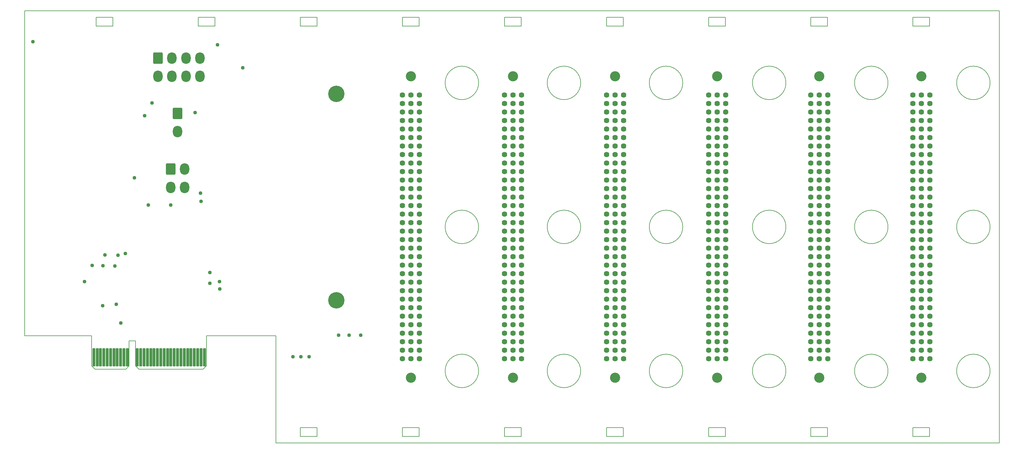
<source format=gbr>
G04 #@! TF.GenerationSoftware,KiCad,Pcbnew,6.0.7-f9a2dced07~116~ubuntu22.04.1*
G04 #@! TF.CreationDate,2023-04-06T14:06:25+01:00*
G04 #@! TF.ProjectId,hiltop_backplane_brd,68696c74-6f70-45f6-9261-636b706c616e,A*
G04 #@! TF.SameCoordinates,Original*
G04 #@! TF.FileFunction,Soldermask,Bot*
G04 #@! TF.FilePolarity,Negative*
%FSLAX46Y46*%
G04 Gerber Fmt 4.6, Leading zero omitted, Abs format (unit mm)*
G04 Created by KiCad (PCBNEW 6.0.7-f9a2dced07~116~ubuntu22.04.1) date 2023-04-06 14:06:25*
%MOMM*%
%LPD*%
G01*
G04 APERTURE LIST*
G04 Aperture macros list*
%AMRoundRect*
0 Rectangle with rounded corners*
0 $1 Rounding radius*
0 $2 $3 $4 $5 $6 $7 $8 $9 X,Y pos of 4 corners*
0 Add a 4 corners polygon primitive as box body*
4,1,4,$2,$3,$4,$5,$6,$7,$8,$9,$2,$3,0*
0 Add four circle primitives for the rounded corners*
1,1,$1+$1,$2,$3*
1,1,$1+$1,$4,$5*
1,1,$1+$1,$6,$7*
1,1,$1+$1,$8,$9*
0 Add four rect primitives between the rounded corners*
20,1,$1+$1,$2,$3,$4,$5,0*
20,1,$1+$1,$4,$5,$6,$7,0*
20,1,$1+$1,$6,$7,$8,$9,0*
20,1,$1+$1,$8,$9,$2,$3,0*%
G04 Aperture macros list end*
G04 #@! TA.AperFunction,Profile*
%ADD10C,0.150000*%
G04 #@! TD*
%ADD11C,3.020680*%
%ADD12C,1.621140*%
%ADD13RoundRect,0.310001X-1.099999X-1.399999X1.099999X-1.399999X1.099999X1.399999X-1.099999X1.399999X0*%
%ADD14O,2.820000X3.420000*%
%ADD15RoundRect,0.060000X-0.375000X-2.650000X0.375000X-2.650000X0.375000X2.650000X-0.375000X2.650000X0*%
%ADD16C,1.120000*%
%ADD17C,4.900000*%
G04 APERTURE END LIST*
D10*
X179840000Y-50700000D02*
G75*
G03*
X179840000Y-50700000I-5000000J0D01*
G01*
X210320000Y-50700000D02*
G75*
G03*
X210320000Y-50700000I-5000000J0D01*
G01*
X240800000Y-50700000D02*
G75*
G03*
X240800000Y-50700000I-5000000J0D01*
G01*
X210320000Y-93700000D02*
G75*
G03*
X210320000Y-93700000I-5000000J0D01*
G01*
X240800000Y-93700000D02*
G75*
G03*
X240800000Y-93700000I-5000000J0D01*
G01*
X179840000Y-136700000D02*
G75*
G03*
X179840000Y-136700000I-5000000J0D01*
G01*
X210320000Y-136700000D02*
G75*
G03*
X210320000Y-136700000I-5000000J0D01*
G01*
X240800000Y-136700000D02*
G75*
G03*
X240800000Y-136700000I-5000000J0D01*
G01*
X179840000Y-93700000D02*
G75*
G03*
X179840000Y-93700000I-5000000J0D01*
G01*
X248500000Y-31150000D02*
X248500000Y-33750000D01*
X284000000Y-33750000D02*
X284000000Y-31150000D01*
X271600000Y-136700000D02*
G75*
G03*
X271600000Y-136700000I-5000000J0D01*
G01*
X65300000Y-136200000D02*
X74500000Y-136200000D01*
X75500000Y-135200000D02*
X75500000Y-127700000D01*
X248500000Y-33750000D02*
X253500000Y-33750000D01*
X131600000Y-156250000D02*
X131600000Y-153650000D01*
X157100000Y-31150000D02*
X157100000Y-33750000D01*
X131600000Y-153650000D02*
X126600000Y-153650000D01*
X192550000Y-153650000D02*
X187550000Y-153650000D01*
X65650000Y-33750000D02*
X70650000Y-33750000D01*
X162100000Y-31150000D02*
X157100000Y-31150000D01*
X101150000Y-33750000D02*
X101150000Y-31150000D01*
X126600000Y-156250000D02*
X131600000Y-156250000D01*
X162100000Y-156250000D02*
X162100000Y-153650000D01*
X279000000Y-31150000D02*
X279000000Y-33750000D01*
X126600000Y-31150000D02*
X126600000Y-33750000D01*
X96150000Y-31150000D02*
X96150000Y-33750000D01*
X98600000Y-126200000D02*
X119300000Y-126200000D01*
X131600000Y-31150000D02*
X126600000Y-31150000D01*
X223050000Y-153650000D02*
X218050000Y-153650000D01*
X192550000Y-33750000D02*
X192550000Y-31150000D01*
X309450000Y-153650000D02*
X309450000Y-156250000D01*
X284000000Y-153650000D02*
X279000000Y-153650000D01*
X70650000Y-31150000D02*
X65650000Y-31150000D01*
X162100000Y-33750000D02*
X162100000Y-31150000D01*
X302080000Y-136700000D02*
G75*
G03*
X302080000Y-136700000I-5000000J0D01*
G01*
X309450000Y-156250000D02*
X314450000Y-156250000D01*
X284000000Y-156250000D02*
X284000000Y-153650000D01*
X248500000Y-156250000D02*
X253500000Y-156250000D01*
X157100000Y-156250000D02*
X162100000Y-156250000D01*
X248500000Y-153650000D02*
X248500000Y-156250000D01*
X218050000Y-156250000D02*
X223050000Y-156250000D01*
X218050000Y-31150000D02*
X218050000Y-33750000D01*
X162100000Y-153650000D02*
X157100000Y-153650000D01*
X332560000Y-93700000D02*
G75*
G03*
X332560000Y-93700000I-5000000J0D01*
G01*
X75500000Y-135200000D02*
X74500000Y-136200000D01*
X126600000Y-153650000D02*
X126600000Y-156250000D01*
X314450000Y-153650000D02*
X309450000Y-153650000D01*
X97600000Y-136200000D02*
X98600000Y-135200000D01*
X157100000Y-33750000D02*
X162100000Y-33750000D01*
X332560000Y-50700000D02*
G75*
G03*
X332560000Y-50700000I-5000000J0D01*
G01*
X70650000Y-33750000D02*
X70650000Y-31150000D01*
X223050000Y-156250000D02*
X223050000Y-153650000D01*
X271600000Y-50700000D02*
G75*
G03*
X271600000Y-50700000I-5000000J0D01*
G01*
X65650000Y-31150000D02*
X65650000Y-33750000D01*
X192550000Y-31150000D02*
X187550000Y-31150000D01*
X302080000Y-93700000D02*
G75*
G03*
X302080000Y-93700000I-5000000J0D01*
G01*
X187550000Y-153650000D02*
X187550000Y-156250000D01*
X44300000Y-29200000D02*
X335300000Y-29200000D01*
X131600000Y-33750000D02*
X131600000Y-31150000D01*
X96150000Y-33750000D02*
X101150000Y-33750000D01*
X187550000Y-33750000D02*
X192550000Y-33750000D01*
X64300000Y-135200000D02*
X64300000Y-126200000D01*
X314500000Y-31150000D02*
X309500000Y-31150000D01*
X218050000Y-153650000D02*
X218050000Y-156250000D01*
X271600000Y-93700000D02*
G75*
G03*
X271600000Y-93700000I-5000000J0D01*
G01*
X253500000Y-33750000D02*
X253500000Y-31150000D01*
X279000000Y-156250000D02*
X284000000Y-156250000D01*
X332560000Y-136700000D02*
G75*
G03*
X332560000Y-136700000I-5000000J0D01*
G01*
X77400000Y-135200000D02*
X78400000Y-136200000D01*
X119300000Y-136200000D02*
X119300000Y-158200000D01*
X309500000Y-31150000D02*
X309500000Y-33750000D01*
X44300000Y-126200000D02*
X44300000Y-29200000D01*
X218050000Y-33750000D02*
X223050000Y-33750000D01*
X314450000Y-156250000D02*
X314450000Y-153650000D01*
X284000000Y-31150000D02*
X279000000Y-31150000D01*
X119300000Y-126200000D02*
X119300000Y-136200000D01*
X78400000Y-136200000D02*
X97600000Y-136200000D01*
X279000000Y-153650000D02*
X279000000Y-156250000D01*
X279000000Y-33750000D02*
X284000000Y-33750000D01*
X253500000Y-153650000D02*
X248500000Y-153650000D01*
X64300000Y-135200000D02*
X65300000Y-136200000D01*
X187550000Y-156250000D02*
X192550000Y-156250000D01*
X75500000Y-127700000D02*
X77400000Y-127700000D01*
X101150000Y-31150000D02*
X96150000Y-31150000D01*
X192550000Y-156250000D02*
X192550000Y-153650000D01*
X253500000Y-31150000D02*
X248500000Y-31150000D01*
X126600000Y-33750000D02*
X131600000Y-33750000D01*
X98600000Y-135200000D02*
X98600000Y-127700000D01*
X335300000Y-29200000D02*
X335300000Y-158200000D01*
X187550000Y-31150000D02*
X187550000Y-33750000D01*
X302080000Y-50700000D02*
G75*
G03*
X302080000Y-50700000I-5000000J0D01*
G01*
X157100000Y-153650000D02*
X157100000Y-156250000D01*
X223050000Y-31150000D02*
X218050000Y-31150000D01*
X98600000Y-127700000D02*
X98600000Y-126200000D01*
X335300000Y-158200000D02*
X119300000Y-158200000D01*
X309500000Y-33750000D02*
X314500000Y-33750000D01*
X253500000Y-156250000D02*
X253500000Y-153650000D01*
X77400000Y-127700000D02*
X77400000Y-135200000D01*
X314500000Y-33750000D02*
X314500000Y-31150000D01*
X64300000Y-126200000D02*
X44300000Y-126200000D01*
X223050000Y-33750000D02*
X223050000Y-31150000D01*
X179840000Y-50700000D02*
G75*
G03*
X179840000Y-50700000I-5000000J0D01*
G01*
X210320000Y-50700000D02*
G75*
G03*
X210320000Y-50700000I-5000000J0D01*
G01*
X240800000Y-50700000D02*
G75*
G03*
X240800000Y-50700000I-5000000J0D01*
G01*
X210320000Y-93700000D02*
G75*
G03*
X210320000Y-93700000I-5000000J0D01*
G01*
X240800000Y-93700000D02*
G75*
G03*
X240800000Y-93700000I-5000000J0D01*
G01*
X179840000Y-136700000D02*
G75*
G03*
X179840000Y-136700000I-5000000J0D01*
G01*
X210320000Y-136700000D02*
G75*
G03*
X210320000Y-136700000I-5000000J0D01*
G01*
X240800000Y-136700000D02*
G75*
G03*
X240800000Y-136700000I-5000000J0D01*
G01*
X179840000Y-93700000D02*
G75*
G03*
X179840000Y-93700000I-5000000J0D01*
G01*
X248500000Y-31150000D02*
X248500000Y-33750000D01*
X284000000Y-33750000D02*
X284000000Y-31150000D01*
X271600000Y-136700000D02*
G75*
G03*
X271600000Y-136700000I-5000000J0D01*
G01*
X65300000Y-136200000D02*
X74500000Y-136200000D01*
X75500000Y-135200000D02*
X75500000Y-127700000D01*
X248500000Y-33750000D02*
X253500000Y-33750000D01*
X131600000Y-156250000D02*
X131600000Y-153650000D01*
X157100000Y-31150000D02*
X157100000Y-33750000D01*
X131600000Y-153650000D02*
X126600000Y-153650000D01*
X192550000Y-153650000D02*
X187550000Y-153650000D01*
X65650000Y-33750000D02*
X70650000Y-33750000D01*
X162100000Y-31150000D02*
X157100000Y-31150000D01*
X101150000Y-33750000D02*
X101150000Y-31150000D01*
X126600000Y-156250000D02*
X131600000Y-156250000D01*
X162100000Y-156250000D02*
X162100000Y-153650000D01*
X279000000Y-31150000D02*
X279000000Y-33750000D01*
X126600000Y-31150000D02*
X126600000Y-33750000D01*
X96150000Y-31150000D02*
X96150000Y-33750000D01*
X98600000Y-126200000D02*
X119300000Y-126200000D01*
X131600000Y-31150000D02*
X126600000Y-31150000D01*
X223050000Y-153650000D02*
X218050000Y-153650000D01*
X192550000Y-33750000D02*
X192550000Y-31150000D01*
X309450000Y-153650000D02*
X309450000Y-156250000D01*
X284000000Y-153650000D02*
X279000000Y-153650000D01*
X70650000Y-31150000D02*
X65650000Y-31150000D01*
X162100000Y-33750000D02*
X162100000Y-31150000D01*
X302080000Y-136700000D02*
G75*
G03*
X302080000Y-136700000I-5000000J0D01*
G01*
X309450000Y-156250000D02*
X314450000Y-156250000D01*
X284000000Y-156250000D02*
X284000000Y-153650000D01*
X248500000Y-156250000D02*
X253500000Y-156250000D01*
X157100000Y-156250000D02*
X162100000Y-156250000D01*
X248500000Y-153650000D02*
X248500000Y-156250000D01*
X218050000Y-156250000D02*
X223050000Y-156250000D01*
X218050000Y-31150000D02*
X218050000Y-33750000D01*
X162100000Y-153650000D02*
X157100000Y-153650000D01*
X332560000Y-93700000D02*
G75*
G03*
X332560000Y-93700000I-5000000J0D01*
G01*
X75500000Y-135200000D02*
X74500000Y-136200000D01*
X126600000Y-153650000D02*
X126600000Y-156250000D01*
X314450000Y-153650000D02*
X309450000Y-153650000D01*
X97600000Y-136200000D02*
X98600000Y-135200000D01*
X157100000Y-33750000D02*
X162100000Y-33750000D01*
X332560000Y-50700000D02*
G75*
G03*
X332560000Y-50700000I-5000000J0D01*
G01*
X70650000Y-33750000D02*
X70650000Y-31150000D01*
X223050000Y-156250000D02*
X223050000Y-153650000D01*
X271600000Y-50700000D02*
G75*
G03*
X271600000Y-50700000I-5000000J0D01*
G01*
X65650000Y-31150000D02*
X65650000Y-33750000D01*
X192550000Y-31150000D02*
X187550000Y-31150000D01*
X302080000Y-93700000D02*
G75*
G03*
X302080000Y-93700000I-5000000J0D01*
G01*
X187550000Y-153650000D02*
X187550000Y-156250000D01*
X44300000Y-29200000D02*
X335300000Y-29200000D01*
X131600000Y-33750000D02*
X131600000Y-31150000D01*
X96150000Y-33750000D02*
X101150000Y-33750000D01*
X187550000Y-33750000D02*
X192550000Y-33750000D01*
X64300000Y-135200000D02*
X64300000Y-126200000D01*
X314500000Y-31150000D02*
X309500000Y-31150000D01*
X218050000Y-153650000D02*
X218050000Y-156250000D01*
X271600000Y-93700000D02*
G75*
G03*
X271600000Y-93700000I-5000000J0D01*
G01*
X253500000Y-33750000D02*
X253500000Y-31150000D01*
X279000000Y-156250000D02*
X284000000Y-156250000D01*
X332560000Y-136700000D02*
G75*
G03*
X332560000Y-136700000I-5000000J0D01*
G01*
X77400000Y-135200000D02*
X78400000Y-136200000D01*
X119300000Y-136200000D02*
X119300000Y-158200000D01*
X309500000Y-31150000D02*
X309500000Y-33750000D01*
X44300000Y-126200000D02*
X44300000Y-29200000D01*
X218050000Y-33750000D02*
X223050000Y-33750000D01*
X314450000Y-156250000D02*
X314450000Y-153650000D01*
X284000000Y-31150000D02*
X279000000Y-31150000D01*
X119300000Y-126200000D02*
X119300000Y-136200000D01*
X78400000Y-136200000D02*
X97600000Y-136200000D01*
X279000000Y-153650000D02*
X279000000Y-156250000D01*
X279000000Y-33750000D02*
X284000000Y-33750000D01*
X253500000Y-153650000D02*
X248500000Y-153650000D01*
X64300000Y-135200000D02*
X65300000Y-136200000D01*
X187550000Y-156250000D02*
X192550000Y-156250000D01*
X75500000Y-127700000D02*
X77400000Y-127700000D01*
X101150000Y-31150000D02*
X96150000Y-31150000D01*
X192550000Y-156250000D02*
X192550000Y-153650000D01*
X253500000Y-31150000D02*
X248500000Y-31150000D01*
X126600000Y-33750000D02*
X131600000Y-33750000D01*
X98600000Y-135200000D02*
X98600000Y-127700000D01*
X335300000Y-29200000D02*
X335300000Y-158200000D01*
X187550000Y-31150000D02*
X187550000Y-33750000D01*
X302080000Y-50700000D02*
G75*
G03*
X302080000Y-50700000I-5000000J0D01*
G01*
X157100000Y-153650000D02*
X157100000Y-156250000D01*
X223050000Y-31150000D02*
X218050000Y-31150000D01*
X98600000Y-127700000D02*
X98600000Y-126200000D01*
X335300000Y-158200000D02*
X119300000Y-158200000D01*
X309500000Y-33750000D02*
X314500000Y-33750000D01*
X253500000Y-156250000D02*
X253500000Y-153650000D01*
X77400000Y-127700000D02*
X77400000Y-135200000D01*
X314500000Y-33750000D02*
X314500000Y-31150000D01*
X64300000Y-126200000D02*
X44300000Y-126200000D01*
X223050000Y-33750000D02*
X223050000Y-31150000D01*
D11*
X159600000Y-48703900D03*
X159600000Y-138696100D03*
D12*
X157060000Y-54330000D03*
X159600000Y-54330000D03*
X162140000Y-54330000D03*
X157060000Y-56870000D03*
X159600000Y-56870000D03*
X162140000Y-56870000D03*
X157060000Y-59410000D03*
X159600000Y-59410000D03*
X162140000Y-59410000D03*
X157060000Y-61950000D03*
X159600000Y-61950000D03*
X162140000Y-61950000D03*
X157060000Y-64490000D03*
X159600000Y-64490000D03*
X162140000Y-64490000D03*
X157060000Y-67030000D03*
X159600000Y-67030000D03*
X162140000Y-67030000D03*
X157060000Y-69570000D03*
X159600000Y-69570000D03*
X162140000Y-69570000D03*
X157060000Y-72110000D03*
X159600000Y-72110000D03*
X162140000Y-72110000D03*
X157060000Y-74650000D03*
X159600000Y-74650000D03*
X162140000Y-74650000D03*
X157060000Y-77190000D03*
X159600000Y-77190000D03*
X162140000Y-77190000D03*
X157060000Y-79730000D03*
X159600000Y-79730000D03*
X162140000Y-79730000D03*
X157060000Y-82270000D03*
X159600000Y-82270000D03*
X162140000Y-82270000D03*
X157060000Y-84810000D03*
X159600000Y-84810000D03*
X162140000Y-84810000D03*
X157060000Y-87350000D03*
X159600000Y-87350000D03*
X162140000Y-87350000D03*
X157060000Y-89890000D03*
X159600000Y-89890000D03*
X162140000Y-89890000D03*
X157060000Y-92430000D03*
X159600000Y-92430000D03*
X162140000Y-92430000D03*
X157060000Y-94970000D03*
X159600000Y-94970000D03*
X162140000Y-94970000D03*
X157060000Y-97510000D03*
X159600000Y-97510000D03*
X162140000Y-97510000D03*
X157060000Y-100050000D03*
X159600000Y-100050000D03*
X162140000Y-100050000D03*
X157060000Y-102590000D03*
X159600000Y-102590000D03*
X162140000Y-102590000D03*
X157060000Y-105130000D03*
X159600000Y-105130000D03*
X162140000Y-105130000D03*
X157060000Y-107670000D03*
X159600000Y-107670000D03*
X162140000Y-107670000D03*
X157060000Y-110210000D03*
X159600000Y-110210000D03*
X162140000Y-110210000D03*
X157060000Y-112750000D03*
X159600000Y-112750000D03*
X162140000Y-112750000D03*
X157060000Y-115290000D03*
X159600000Y-115290000D03*
X162140000Y-115290000D03*
X157060000Y-117830000D03*
X159600000Y-117830000D03*
X162140000Y-117830000D03*
X157060000Y-120370000D03*
X159600000Y-120370000D03*
X162140000Y-120370000D03*
X157060000Y-122910000D03*
X159600000Y-122910000D03*
X162140000Y-122910000D03*
X157060000Y-125450000D03*
X159600000Y-125450000D03*
X162140000Y-125450000D03*
X157060000Y-127990000D03*
X159600000Y-127990000D03*
X162140000Y-127990000D03*
X157060000Y-130530000D03*
X159600000Y-130530000D03*
X162140000Y-130530000D03*
X157060000Y-133070000D03*
X159600000Y-133070000D03*
X162140000Y-133070000D03*
D11*
X190080000Y-138696100D03*
X190080000Y-48703900D03*
D12*
X187540000Y-54330000D03*
X190080000Y-54330000D03*
X192620000Y-54330000D03*
X187540000Y-56870000D03*
X190080000Y-56870000D03*
X192620000Y-56870000D03*
X187540000Y-59410000D03*
X190080000Y-59410000D03*
X192620000Y-59410000D03*
X187540000Y-61950000D03*
X190080000Y-61950000D03*
X192620000Y-61950000D03*
X187540000Y-64490000D03*
X190080000Y-64490000D03*
X192620000Y-64490000D03*
X187540000Y-67030000D03*
X190080000Y-67030000D03*
X192620000Y-67030000D03*
X187540000Y-69570000D03*
X190080000Y-69570000D03*
X192620000Y-69570000D03*
X187540000Y-72110000D03*
X190080000Y-72110000D03*
X192620000Y-72110000D03*
X187540000Y-74650000D03*
X190080000Y-74650000D03*
X192620000Y-74650000D03*
X187540000Y-77190000D03*
X190080000Y-77190000D03*
X192620000Y-77190000D03*
X187540000Y-79730000D03*
X190080000Y-79730000D03*
X192620000Y-79730000D03*
X187540000Y-82270000D03*
X190080000Y-82270000D03*
X192620000Y-82270000D03*
X187540000Y-84810000D03*
X190080000Y-84810000D03*
X192620000Y-84810000D03*
X187540000Y-87350000D03*
X190080000Y-87350000D03*
X192620000Y-87350000D03*
X187540000Y-89890000D03*
X190080000Y-89890000D03*
X192620000Y-89890000D03*
X187540000Y-92430000D03*
X190080000Y-92430000D03*
X192620000Y-92430000D03*
X187540000Y-94970000D03*
X190080000Y-94970000D03*
X192620000Y-94970000D03*
X187540000Y-97510000D03*
X190080000Y-97510000D03*
X192620000Y-97510000D03*
X187540000Y-100050000D03*
X190080000Y-100050000D03*
X192620000Y-100050000D03*
X187540000Y-102590000D03*
X190080000Y-102590000D03*
X192620000Y-102590000D03*
X187540000Y-105130000D03*
X190080000Y-105130000D03*
X192620000Y-105130000D03*
X187540000Y-107670000D03*
X190080000Y-107670000D03*
X192620000Y-107670000D03*
X187540000Y-110210000D03*
X190080000Y-110210000D03*
X192620000Y-110210000D03*
X187540000Y-112750000D03*
X190080000Y-112750000D03*
X192620000Y-112750000D03*
X187540000Y-115290000D03*
X190080000Y-115290000D03*
X192620000Y-115290000D03*
X187540000Y-117830000D03*
X190080000Y-117830000D03*
X192620000Y-117830000D03*
X187540000Y-120370000D03*
X190080000Y-120370000D03*
X192620000Y-120370000D03*
X187540000Y-122910000D03*
X190080000Y-122910000D03*
X192620000Y-122910000D03*
X187540000Y-125450000D03*
X190080000Y-125450000D03*
X192620000Y-125450000D03*
X187540000Y-127990000D03*
X190080000Y-127990000D03*
X192620000Y-127990000D03*
X187540000Y-130530000D03*
X190080000Y-130530000D03*
X192620000Y-130530000D03*
X187540000Y-133070000D03*
X190080000Y-133070000D03*
X192620000Y-133070000D03*
D11*
X220560000Y-48703900D03*
X220560000Y-138696100D03*
D12*
X218020000Y-54330000D03*
X220560000Y-54330000D03*
X223100000Y-54330000D03*
X218020000Y-56870000D03*
X220560000Y-56870000D03*
X223100000Y-56870000D03*
X218020000Y-59410000D03*
X220560000Y-59410000D03*
X223100000Y-59410000D03*
X218020000Y-61950000D03*
X220560000Y-61950000D03*
X223100000Y-61950000D03*
X218020000Y-64490000D03*
X220560000Y-64490000D03*
X223100000Y-64490000D03*
X218020000Y-67030000D03*
X220560000Y-67030000D03*
X223100000Y-67030000D03*
X218020000Y-69570000D03*
X220560000Y-69570000D03*
X223100000Y-69570000D03*
X218020000Y-72110000D03*
X220560000Y-72110000D03*
X223100000Y-72110000D03*
X218020000Y-74650000D03*
X220560000Y-74650000D03*
X223100000Y-74650000D03*
X218020000Y-77190000D03*
X220560000Y-77190000D03*
X223100000Y-77190000D03*
X218020000Y-79730000D03*
X220560000Y-79730000D03*
X223100000Y-79730000D03*
X218020000Y-82270000D03*
X220560000Y-82270000D03*
X223100000Y-82270000D03*
X218020000Y-84810000D03*
X220560000Y-84810000D03*
X223100000Y-84810000D03*
X218020000Y-87350000D03*
X220560000Y-87350000D03*
X223100000Y-87350000D03*
X218020000Y-89890000D03*
X220560000Y-89890000D03*
X223100000Y-89890000D03*
X218020000Y-92430000D03*
X220560000Y-92430000D03*
X223100000Y-92430000D03*
X218020000Y-94970000D03*
X220560000Y-94970000D03*
X223100000Y-94970000D03*
X218020000Y-97510000D03*
X220560000Y-97510000D03*
X223100000Y-97510000D03*
X218020000Y-100050000D03*
X220560000Y-100050000D03*
X223100000Y-100050000D03*
X218020000Y-102590000D03*
X220560000Y-102590000D03*
X223100000Y-102590000D03*
X218020000Y-105130000D03*
X220560000Y-105130000D03*
X223100000Y-105130000D03*
X218020000Y-107670000D03*
X220560000Y-107670000D03*
X223100000Y-107670000D03*
X218020000Y-110210000D03*
X220560000Y-110210000D03*
X223100000Y-110210000D03*
X218020000Y-112750000D03*
X220560000Y-112750000D03*
X223100000Y-112750000D03*
X218020000Y-115290000D03*
X220560000Y-115290000D03*
X223100000Y-115290000D03*
X218020000Y-117830000D03*
X220560000Y-117830000D03*
X223100000Y-117830000D03*
X218020000Y-120370000D03*
X220560000Y-120370000D03*
X223100000Y-120370000D03*
X218020000Y-122910000D03*
X220560000Y-122910000D03*
X223100000Y-122910000D03*
X218020000Y-125450000D03*
X220560000Y-125450000D03*
X223100000Y-125450000D03*
X218020000Y-127990000D03*
X220560000Y-127990000D03*
X223100000Y-127990000D03*
X218020000Y-130530000D03*
X220560000Y-130530000D03*
X223100000Y-130530000D03*
X218020000Y-133070000D03*
X220560000Y-133070000D03*
X223100000Y-133070000D03*
D13*
X84074000Y-43268000D03*
D14*
X88274000Y-43268000D03*
X92474000Y-43268000D03*
X96674000Y-43268000D03*
X84074000Y-48768000D03*
X88274000Y-48768000D03*
X92474000Y-48768000D03*
X96674000Y-48768000D03*
D13*
X89916000Y-59778000D03*
D14*
X89916000Y-65278000D03*
D13*
X87884000Y-76454000D03*
D14*
X92084000Y-76454000D03*
X87884000Y-81954000D03*
X92084000Y-81954000D03*
D15*
X64954000Y-132600000D03*
X65954000Y-132600000D03*
X66954000Y-132600000D03*
X67954000Y-132600000D03*
X68954000Y-132600000D03*
X69954000Y-132600000D03*
X70954000Y-132600000D03*
X71954000Y-132600000D03*
X72954000Y-132600000D03*
X73954000Y-132600000D03*
X74954000Y-132600000D03*
X77954000Y-132600000D03*
X78954000Y-132600000D03*
X79954000Y-132600000D03*
X80954000Y-132600000D03*
X81954000Y-132600000D03*
X82954000Y-132600000D03*
X83954000Y-132600000D03*
X84954000Y-132600000D03*
X85954000Y-132600000D03*
X86954000Y-132600000D03*
X87954000Y-132600000D03*
X88954000Y-132600000D03*
X89954000Y-132600000D03*
X90954000Y-132600000D03*
X91954000Y-132600000D03*
X92954000Y-132600000D03*
X93954000Y-132600000D03*
X94954000Y-132600000D03*
X95954000Y-132600000D03*
X96954000Y-132600000D03*
X97954000Y-132600000D03*
D16*
X67600000Y-117200000D03*
X71700000Y-116800000D03*
X62200000Y-110000000D03*
X73000000Y-122400000D03*
X138000000Y-126000000D03*
X141200000Y-126000000D03*
X144600000Y-126000000D03*
X68300000Y-102100000D03*
X67700000Y-105300000D03*
X64500000Y-105200000D03*
X71200000Y-105400000D03*
X102600000Y-112200000D03*
X102500000Y-110000000D03*
X99600000Y-110500000D03*
X77090000Y-79040000D03*
X99600000Y-107300000D03*
X81200000Y-87200000D03*
X72130000Y-102140000D03*
X74350000Y-101620000D03*
X46800000Y-38400000D03*
X101870000Y-39340000D03*
X95200000Y-59600000D03*
X82300000Y-56700000D03*
X109460000Y-46210000D03*
X80120000Y-60470000D03*
X87900000Y-87200000D03*
X96800000Y-83600000D03*
X97010000Y-86030000D03*
D17*
X137400000Y-54000000D03*
X137400000Y-115600000D03*
D16*
X124400000Y-132500000D03*
D11*
X251040000Y-138696100D03*
X251040000Y-48703900D03*
D12*
X248500000Y-54330000D03*
X251040000Y-54330000D03*
X253580000Y-54330000D03*
X248500000Y-56870000D03*
X251040000Y-56870000D03*
X253580000Y-56870000D03*
X248500000Y-59410000D03*
X251040000Y-59410000D03*
X253580000Y-59410000D03*
X248500000Y-61950000D03*
X251040000Y-61950000D03*
X253580000Y-61950000D03*
X248500000Y-64490000D03*
X251040000Y-64490000D03*
X253580000Y-64490000D03*
X248500000Y-67030000D03*
X251040000Y-67030000D03*
X253580000Y-67030000D03*
X248500000Y-69570000D03*
X251040000Y-69570000D03*
X253580000Y-69570000D03*
X248500000Y-72110000D03*
X251040000Y-72110000D03*
X253580000Y-72110000D03*
X248500000Y-74650000D03*
X251040000Y-74650000D03*
X253580000Y-74650000D03*
X248500000Y-77190000D03*
X251040000Y-77190000D03*
X253580000Y-77190000D03*
X248500000Y-79730000D03*
X251040000Y-79730000D03*
X253580000Y-79730000D03*
X248500000Y-82270000D03*
X251040000Y-82270000D03*
X253580000Y-82270000D03*
X248500000Y-84810000D03*
X251040000Y-84810000D03*
X253580000Y-84810000D03*
X248500000Y-87350000D03*
X251040000Y-87350000D03*
X253580000Y-87350000D03*
X248500000Y-89890000D03*
X251040000Y-89890000D03*
X253580000Y-89890000D03*
X248500000Y-92430000D03*
X251040000Y-92430000D03*
X253580000Y-92430000D03*
X248500000Y-94970000D03*
X251040000Y-94970000D03*
X253580000Y-94970000D03*
X248500000Y-97510000D03*
X251040000Y-97510000D03*
X253580000Y-97510000D03*
X248500000Y-100050000D03*
X251040000Y-100050000D03*
X253580000Y-100050000D03*
X248500000Y-102590000D03*
X251040000Y-102590000D03*
X253580000Y-102590000D03*
X248500000Y-105130000D03*
X251040000Y-105130000D03*
X253580000Y-105130000D03*
X248500000Y-107670000D03*
X251040000Y-107670000D03*
X253580000Y-107670000D03*
X248500000Y-110210000D03*
X251040000Y-110210000D03*
X253580000Y-110210000D03*
X248500000Y-112750000D03*
X251040000Y-112750000D03*
X253580000Y-112750000D03*
X248500000Y-115290000D03*
X251040000Y-115290000D03*
X253580000Y-115290000D03*
X248500000Y-117830000D03*
X251040000Y-117830000D03*
X253580000Y-117830000D03*
X248500000Y-120370000D03*
X251040000Y-120370000D03*
X253580000Y-120370000D03*
X248500000Y-122910000D03*
X251040000Y-122910000D03*
X253580000Y-122910000D03*
X248500000Y-125450000D03*
X251040000Y-125450000D03*
X253580000Y-125450000D03*
X248500000Y-127990000D03*
X251040000Y-127990000D03*
X253580000Y-127990000D03*
X248500000Y-130530000D03*
X251040000Y-130530000D03*
X253580000Y-130530000D03*
X248500000Y-133070000D03*
X251040000Y-133070000D03*
X253580000Y-133070000D03*
D16*
X129200000Y-132500000D03*
D11*
X312000000Y-138696100D03*
X312000000Y-48703900D03*
D12*
X309460000Y-54330000D03*
X312000000Y-54330000D03*
X314540000Y-54330000D03*
X309460000Y-56870000D03*
X312000000Y-56870000D03*
X314540000Y-56870000D03*
X309460000Y-59410000D03*
X312000000Y-59410000D03*
X314540000Y-59410000D03*
X309460000Y-61950000D03*
X312000000Y-61950000D03*
X314540000Y-61950000D03*
X309460000Y-64490000D03*
X312000000Y-64490000D03*
X314540000Y-64490000D03*
X309460000Y-67030000D03*
X312000000Y-67030000D03*
X314540000Y-67030000D03*
X309460000Y-69570000D03*
X312000000Y-69570000D03*
X314540000Y-69570000D03*
X309460000Y-72110000D03*
X312000000Y-72110000D03*
X314540000Y-72110000D03*
X309460000Y-74650000D03*
X312000000Y-74650000D03*
X314540000Y-74650000D03*
X309460000Y-77190000D03*
X312000000Y-77190000D03*
X314540000Y-77190000D03*
X309460000Y-79730000D03*
X312000000Y-79730000D03*
X314540000Y-79730000D03*
X309460000Y-82270000D03*
X312000000Y-82270000D03*
X314540000Y-82270000D03*
X309460000Y-84810000D03*
X312000000Y-84810000D03*
X314540000Y-84810000D03*
X309460000Y-87350000D03*
X312000000Y-87350000D03*
X314540000Y-87350000D03*
X309460000Y-89890000D03*
X312000000Y-89890000D03*
X314540000Y-89890000D03*
X309460000Y-92430000D03*
X312000000Y-92430000D03*
X314540000Y-92430000D03*
X309460000Y-94970000D03*
X312000000Y-94970000D03*
X314540000Y-94970000D03*
X309460000Y-97510000D03*
X312000000Y-97510000D03*
X314540000Y-97510000D03*
X309460000Y-100050000D03*
X312000000Y-100050000D03*
X314540000Y-100050000D03*
X309460000Y-102590000D03*
X312000000Y-102590000D03*
X314540000Y-102590000D03*
X309460000Y-105130000D03*
X312000000Y-105130000D03*
X314540000Y-105130000D03*
X309460000Y-107670000D03*
X312000000Y-107670000D03*
X314540000Y-107670000D03*
X309460000Y-110210000D03*
X312000000Y-110210000D03*
X314540000Y-110210000D03*
X309460000Y-112750000D03*
X312000000Y-112750000D03*
X314540000Y-112750000D03*
X309460000Y-115290000D03*
X312000000Y-115290000D03*
X314540000Y-115290000D03*
X309460000Y-117830000D03*
X312000000Y-117830000D03*
X314540000Y-117830000D03*
X309460000Y-120370000D03*
X312000000Y-120370000D03*
X314540000Y-120370000D03*
X309460000Y-122910000D03*
X312000000Y-122910000D03*
X314540000Y-122910000D03*
X309460000Y-125450000D03*
X312000000Y-125450000D03*
X314540000Y-125450000D03*
X309460000Y-127990000D03*
X312000000Y-127990000D03*
X314540000Y-127990000D03*
X309460000Y-130530000D03*
X312000000Y-130530000D03*
X314540000Y-130530000D03*
X309460000Y-133070000D03*
X312000000Y-133070000D03*
X314540000Y-133070000D03*
D11*
X281520000Y-138696100D03*
X281520000Y-48703900D03*
D12*
X278980000Y-54330000D03*
X281520000Y-54330000D03*
X284060000Y-54330000D03*
X278980000Y-56870000D03*
X281520000Y-56870000D03*
X284060000Y-56870000D03*
X278980000Y-59410000D03*
X281520000Y-59410000D03*
X284060000Y-59410000D03*
X278980000Y-61950000D03*
X281520000Y-61950000D03*
X284060000Y-61950000D03*
X278980000Y-64490000D03*
X281520000Y-64490000D03*
X284060000Y-64490000D03*
X278980000Y-67030000D03*
X281520000Y-67030000D03*
X284060000Y-67030000D03*
X278980000Y-69570000D03*
X281520000Y-69570000D03*
X284060000Y-69570000D03*
X278980000Y-72110000D03*
X281520000Y-72110000D03*
X284060000Y-72110000D03*
X278980000Y-74650000D03*
X281520000Y-74650000D03*
X284060000Y-74650000D03*
X278980000Y-77190000D03*
X281520000Y-77190000D03*
X284060000Y-77190000D03*
X278980000Y-79730000D03*
X281520000Y-79730000D03*
X284060000Y-79730000D03*
X278980000Y-82270000D03*
X281520000Y-82270000D03*
X284060000Y-82270000D03*
X278980000Y-84810000D03*
X281520000Y-84810000D03*
X284060000Y-84810000D03*
X278980000Y-87350000D03*
X281520000Y-87350000D03*
X284060000Y-87350000D03*
X278980000Y-89890000D03*
X281520000Y-89890000D03*
X284060000Y-89890000D03*
X278980000Y-92430000D03*
X281520000Y-92430000D03*
X284060000Y-92430000D03*
X278980000Y-94970000D03*
X281520000Y-94970000D03*
X284060000Y-94970000D03*
X278980000Y-97510000D03*
X281520000Y-97510000D03*
X284060000Y-97510000D03*
X278980000Y-100050000D03*
X281520000Y-100050000D03*
X284060000Y-100050000D03*
X278980000Y-102590000D03*
X281520000Y-102590000D03*
X284060000Y-102590000D03*
X278980000Y-105130000D03*
X281520000Y-105130000D03*
X284060000Y-105130000D03*
X278980000Y-107670000D03*
X281520000Y-107670000D03*
X284060000Y-107670000D03*
X278980000Y-110210000D03*
X281520000Y-110210000D03*
X284060000Y-110210000D03*
X278980000Y-112750000D03*
X281520000Y-112750000D03*
X284060000Y-112750000D03*
X278980000Y-115290000D03*
X281520000Y-115290000D03*
X284060000Y-115290000D03*
X278980000Y-117830000D03*
X281520000Y-117830000D03*
X284060000Y-117830000D03*
X278980000Y-120370000D03*
X281520000Y-120370000D03*
X284060000Y-120370000D03*
X278980000Y-122910000D03*
X281520000Y-122910000D03*
X284060000Y-122910000D03*
X278980000Y-125450000D03*
X281520000Y-125450000D03*
X284060000Y-125450000D03*
X278980000Y-127990000D03*
X281520000Y-127990000D03*
X284060000Y-127990000D03*
X278980000Y-130530000D03*
X281520000Y-130530000D03*
X284060000Y-130530000D03*
X278980000Y-133070000D03*
X281520000Y-133070000D03*
X284060000Y-133070000D03*
D16*
X126800000Y-132500000D03*
M02*

</source>
